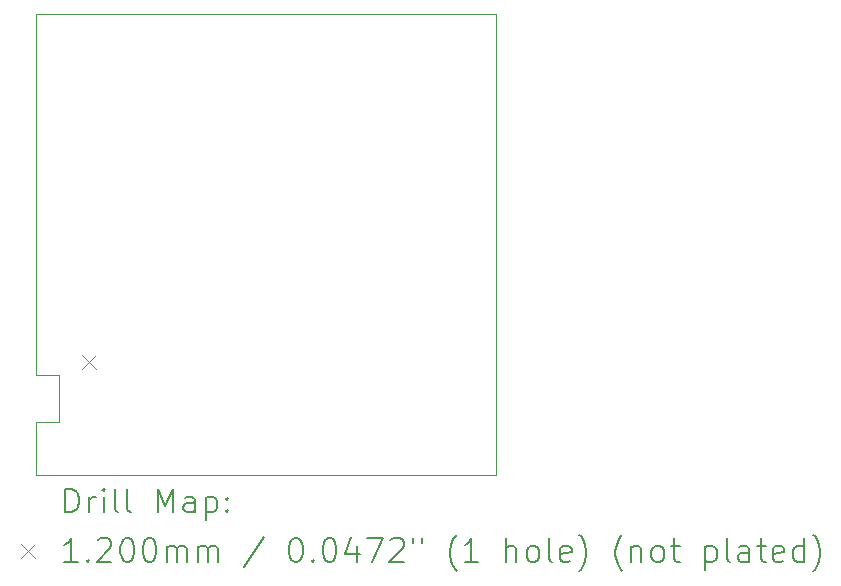
<source format=gbr>
%FSLAX45Y45*%
G04 Gerber Fmt 4.5, Leading zero omitted, Abs format (unit mm)*
G04 Created by KiCad (PCBNEW (6.0.0)) date 2022-01-15 14:34:24*
%MOMM*%
%LPD*%
G01*
G04 APERTURE LIST*
%TA.AperFunction,Profile*%
%ADD10C,0.100000*%
%TD*%
%ADD11C,0.200000*%
%ADD12C,0.120000*%
G04 APERTURE END LIST*
D10*
X12200000Y-11250000D02*
X12200000Y-11050000D01*
X12000000Y-11050000D02*
X12000000Y-8000000D01*
X12000000Y-11450000D02*
X12000000Y-11900000D01*
X15900000Y-8000000D02*
X15900000Y-11900000D01*
X12000000Y-11900000D02*
X15900000Y-11900000D01*
X12000000Y-8000000D02*
X15900000Y-8000000D01*
X12200000Y-11050000D02*
X12000000Y-11050000D01*
X12200000Y-11250000D02*
X12200000Y-11450000D01*
X12200000Y-11450000D02*
X12000000Y-11450000D01*
D11*
D12*
X12392500Y-10881800D02*
X12512500Y-11001800D01*
X12512500Y-10881800D02*
X12392500Y-11001800D01*
D11*
X12252619Y-12215476D02*
X12252619Y-12015476D01*
X12300238Y-12015476D01*
X12328809Y-12025000D01*
X12347857Y-12044048D01*
X12357381Y-12063095D01*
X12366905Y-12101190D01*
X12366905Y-12129762D01*
X12357381Y-12167857D01*
X12347857Y-12186905D01*
X12328809Y-12205952D01*
X12300238Y-12215476D01*
X12252619Y-12215476D01*
X12452619Y-12215476D02*
X12452619Y-12082143D01*
X12452619Y-12120238D02*
X12462143Y-12101190D01*
X12471667Y-12091667D01*
X12490714Y-12082143D01*
X12509762Y-12082143D01*
X12576428Y-12215476D02*
X12576428Y-12082143D01*
X12576428Y-12015476D02*
X12566905Y-12025000D01*
X12576428Y-12034524D01*
X12585952Y-12025000D01*
X12576428Y-12015476D01*
X12576428Y-12034524D01*
X12700238Y-12215476D02*
X12681190Y-12205952D01*
X12671667Y-12186905D01*
X12671667Y-12015476D01*
X12805000Y-12215476D02*
X12785952Y-12205952D01*
X12776428Y-12186905D01*
X12776428Y-12015476D01*
X13033571Y-12215476D02*
X13033571Y-12015476D01*
X13100238Y-12158333D01*
X13166905Y-12015476D01*
X13166905Y-12215476D01*
X13347857Y-12215476D02*
X13347857Y-12110714D01*
X13338333Y-12091667D01*
X13319286Y-12082143D01*
X13281190Y-12082143D01*
X13262143Y-12091667D01*
X13347857Y-12205952D02*
X13328809Y-12215476D01*
X13281190Y-12215476D01*
X13262143Y-12205952D01*
X13252619Y-12186905D01*
X13252619Y-12167857D01*
X13262143Y-12148809D01*
X13281190Y-12139286D01*
X13328809Y-12139286D01*
X13347857Y-12129762D01*
X13443095Y-12082143D02*
X13443095Y-12282143D01*
X13443095Y-12091667D02*
X13462143Y-12082143D01*
X13500238Y-12082143D01*
X13519286Y-12091667D01*
X13528809Y-12101190D01*
X13538333Y-12120238D01*
X13538333Y-12177381D01*
X13528809Y-12196428D01*
X13519286Y-12205952D01*
X13500238Y-12215476D01*
X13462143Y-12215476D01*
X13443095Y-12205952D01*
X13624048Y-12196428D02*
X13633571Y-12205952D01*
X13624048Y-12215476D01*
X13614524Y-12205952D01*
X13624048Y-12196428D01*
X13624048Y-12215476D01*
X13624048Y-12091667D02*
X13633571Y-12101190D01*
X13624048Y-12110714D01*
X13614524Y-12101190D01*
X13624048Y-12091667D01*
X13624048Y-12110714D01*
D12*
X11875000Y-12485000D02*
X11995000Y-12605000D01*
X11995000Y-12485000D02*
X11875000Y-12605000D01*
D11*
X12357381Y-12635476D02*
X12243095Y-12635476D01*
X12300238Y-12635476D02*
X12300238Y-12435476D01*
X12281190Y-12464048D01*
X12262143Y-12483095D01*
X12243095Y-12492619D01*
X12443095Y-12616428D02*
X12452619Y-12625952D01*
X12443095Y-12635476D01*
X12433571Y-12625952D01*
X12443095Y-12616428D01*
X12443095Y-12635476D01*
X12528809Y-12454524D02*
X12538333Y-12445000D01*
X12557381Y-12435476D01*
X12605000Y-12435476D01*
X12624048Y-12445000D01*
X12633571Y-12454524D01*
X12643095Y-12473571D01*
X12643095Y-12492619D01*
X12633571Y-12521190D01*
X12519286Y-12635476D01*
X12643095Y-12635476D01*
X12766905Y-12435476D02*
X12785952Y-12435476D01*
X12805000Y-12445000D01*
X12814524Y-12454524D01*
X12824048Y-12473571D01*
X12833571Y-12511667D01*
X12833571Y-12559286D01*
X12824048Y-12597381D01*
X12814524Y-12616428D01*
X12805000Y-12625952D01*
X12785952Y-12635476D01*
X12766905Y-12635476D01*
X12747857Y-12625952D01*
X12738333Y-12616428D01*
X12728809Y-12597381D01*
X12719286Y-12559286D01*
X12719286Y-12511667D01*
X12728809Y-12473571D01*
X12738333Y-12454524D01*
X12747857Y-12445000D01*
X12766905Y-12435476D01*
X12957381Y-12435476D02*
X12976428Y-12435476D01*
X12995476Y-12445000D01*
X13005000Y-12454524D01*
X13014524Y-12473571D01*
X13024048Y-12511667D01*
X13024048Y-12559286D01*
X13014524Y-12597381D01*
X13005000Y-12616428D01*
X12995476Y-12625952D01*
X12976428Y-12635476D01*
X12957381Y-12635476D01*
X12938333Y-12625952D01*
X12928809Y-12616428D01*
X12919286Y-12597381D01*
X12909762Y-12559286D01*
X12909762Y-12511667D01*
X12919286Y-12473571D01*
X12928809Y-12454524D01*
X12938333Y-12445000D01*
X12957381Y-12435476D01*
X13109762Y-12635476D02*
X13109762Y-12502143D01*
X13109762Y-12521190D02*
X13119286Y-12511667D01*
X13138333Y-12502143D01*
X13166905Y-12502143D01*
X13185952Y-12511667D01*
X13195476Y-12530714D01*
X13195476Y-12635476D01*
X13195476Y-12530714D02*
X13205000Y-12511667D01*
X13224048Y-12502143D01*
X13252619Y-12502143D01*
X13271667Y-12511667D01*
X13281190Y-12530714D01*
X13281190Y-12635476D01*
X13376428Y-12635476D02*
X13376428Y-12502143D01*
X13376428Y-12521190D02*
X13385952Y-12511667D01*
X13405000Y-12502143D01*
X13433571Y-12502143D01*
X13452619Y-12511667D01*
X13462143Y-12530714D01*
X13462143Y-12635476D01*
X13462143Y-12530714D02*
X13471667Y-12511667D01*
X13490714Y-12502143D01*
X13519286Y-12502143D01*
X13538333Y-12511667D01*
X13547857Y-12530714D01*
X13547857Y-12635476D01*
X13938333Y-12425952D02*
X13766905Y-12683095D01*
X14195476Y-12435476D02*
X14214524Y-12435476D01*
X14233571Y-12445000D01*
X14243095Y-12454524D01*
X14252619Y-12473571D01*
X14262143Y-12511667D01*
X14262143Y-12559286D01*
X14252619Y-12597381D01*
X14243095Y-12616428D01*
X14233571Y-12625952D01*
X14214524Y-12635476D01*
X14195476Y-12635476D01*
X14176428Y-12625952D01*
X14166905Y-12616428D01*
X14157381Y-12597381D01*
X14147857Y-12559286D01*
X14147857Y-12511667D01*
X14157381Y-12473571D01*
X14166905Y-12454524D01*
X14176428Y-12445000D01*
X14195476Y-12435476D01*
X14347857Y-12616428D02*
X14357381Y-12625952D01*
X14347857Y-12635476D01*
X14338333Y-12625952D01*
X14347857Y-12616428D01*
X14347857Y-12635476D01*
X14481190Y-12435476D02*
X14500238Y-12435476D01*
X14519286Y-12445000D01*
X14528809Y-12454524D01*
X14538333Y-12473571D01*
X14547857Y-12511667D01*
X14547857Y-12559286D01*
X14538333Y-12597381D01*
X14528809Y-12616428D01*
X14519286Y-12625952D01*
X14500238Y-12635476D01*
X14481190Y-12635476D01*
X14462143Y-12625952D01*
X14452619Y-12616428D01*
X14443095Y-12597381D01*
X14433571Y-12559286D01*
X14433571Y-12511667D01*
X14443095Y-12473571D01*
X14452619Y-12454524D01*
X14462143Y-12445000D01*
X14481190Y-12435476D01*
X14719286Y-12502143D02*
X14719286Y-12635476D01*
X14671667Y-12425952D02*
X14624048Y-12568809D01*
X14747857Y-12568809D01*
X14805000Y-12435476D02*
X14938333Y-12435476D01*
X14852619Y-12635476D01*
X15005000Y-12454524D02*
X15014524Y-12445000D01*
X15033571Y-12435476D01*
X15081190Y-12435476D01*
X15100238Y-12445000D01*
X15109762Y-12454524D01*
X15119286Y-12473571D01*
X15119286Y-12492619D01*
X15109762Y-12521190D01*
X14995476Y-12635476D01*
X15119286Y-12635476D01*
X15195476Y-12435476D02*
X15195476Y-12473571D01*
X15271667Y-12435476D02*
X15271667Y-12473571D01*
X15566905Y-12711667D02*
X15557381Y-12702143D01*
X15538333Y-12673571D01*
X15528809Y-12654524D01*
X15519286Y-12625952D01*
X15509762Y-12578333D01*
X15509762Y-12540238D01*
X15519286Y-12492619D01*
X15528809Y-12464048D01*
X15538333Y-12445000D01*
X15557381Y-12416428D01*
X15566905Y-12406905D01*
X15747857Y-12635476D02*
X15633571Y-12635476D01*
X15690714Y-12635476D02*
X15690714Y-12435476D01*
X15671667Y-12464048D01*
X15652619Y-12483095D01*
X15633571Y-12492619D01*
X15985952Y-12635476D02*
X15985952Y-12435476D01*
X16071667Y-12635476D02*
X16071667Y-12530714D01*
X16062143Y-12511667D01*
X16043095Y-12502143D01*
X16014524Y-12502143D01*
X15995476Y-12511667D01*
X15985952Y-12521190D01*
X16195476Y-12635476D02*
X16176428Y-12625952D01*
X16166905Y-12616428D01*
X16157381Y-12597381D01*
X16157381Y-12540238D01*
X16166905Y-12521190D01*
X16176428Y-12511667D01*
X16195476Y-12502143D01*
X16224048Y-12502143D01*
X16243095Y-12511667D01*
X16252619Y-12521190D01*
X16262143Y-12540238D01*
X16262143Y-12597381D01*
X16252619Y-12616428D01*
X16243095Y-12625952D01*
X16224048Y-12635476D01*
X16195476Y-12635476D01*
X16376428Y-12635476D02*
X16357381Y-12625952D01*
X16347857Y-12606905D01*
X16347857Y-12435476D01*
X16528809Y-12625952D02*
X16509762Y-12635476D01*
X16471667Y-12635476D01*
X16452619Y-12625952D01*
X16443095Y-12606905D01*
X16443095Y-12530714D01*
X16452619Y-12511667D01*
X16471667Y-12502143D01*
X16509762Y-12502143D01*
X16528809Y-12511667D01*
X16538333Y-12530714D01*
X16538333Y-12549762D01*
X16443095Y-12568809D01*
X16605000Y-12711667D02*
X16614524Y-12702143D01*
X16633571Y-12673571D01*
X16643095Y-12654524D01*
X16652619Y-12625952D01*
X16662143Y-12578333D01*
X16662143Y-12540238D01*
X16652619Y-12492619D01*
X16643095Y-12464048D01*
X16633571Y-12445000D01*
X16614524Y-12416428D01*
X16605000Y-12406905D01*
X16966905Y-12711667D02*
X16957381Y-12702143D01*
X16938333Y-12673571D01*
X16928810Y-12654524D01*
X16919286Y-12625952D01*
X16909762Y-12578333D01*
X16909762Y-12540238D01*
X16919286Y-12492619D01*
X16928810Y-12464048D01*
X16938333Y-12445000D01*
X16957381Y-12416428D01*
X16966905Y-12406905D01*
X17043095Y-12502143D02*
X17043095Y-12635476D01*
X17043095Y-12521190D02*
X17052619Y-12511667D01*
X17071667Y-12502143D01*
X17100238Y-12502143D01*
X17119286Y-12511667D01*
X17128810Y-12530714D01*
X17128810Y-12635476D01*
X17252619Y-12635476D02*
X17233571Y-12625952D01*
X17224048Y-12616428D01*
X17214524Y-12597381D01*
X17214524Y-12540238D01*
X17224048Y-12521190D01*
X17233571Y-12511667D01*
X17252619Y-12502143D01*
X17281190Y-12502143D01*
X17300238Y-12511667D01*
X17309762Y-12521190D01*
X17319286Y-12540238D01*
X17319286Y-12597381D01*
X17309762Y-12616428D01*
X17300238Y-12625952D01*
X17281190Y-12635476D01*
X17252619Y-12635476D01*
X17376429Y-12502143D02*
X17452619Y-12502143D01*
X17405000Y-12435476D02*
X17405000Y-12606905D01*
X17414524Y-12625952D01*
X17433571Y-12635476D01*
X17452619Y-12635476D01*
X17671667Y-12502143D02*
X17671667Y-12702143D01*
X17671667Y-12511667D02*
X17690714Y-12502143D01*
X17728810Y-12502143D01*
X17747857Y-12511667D01*
X17757381Y-12521190D01*
X17766905Y-12540238D01*
X17766905Y-12597381D01*
X17757381Y-12616428D01*
X17747857Y-12625952D01*
X17728810Y-12635476D01*
X17690714Y-12635476D01*
X17671667Y-12625952D01*
X17881190Y-12635476D02*
X17862143Y-12625952D01*
X17852619Y-12606905D01*
X17852619Y-12435476D01*
X18043095Y-12635476D02*
X18043095Y-12530714D01*
X18033571Y-12511667D01*
X18014524Y-12502143D01*
X17976429Y-12502143D01*
X17957381Y-12511667D01*
X18043095Y-12625952D02*
X18024048Y-12635476D01*
X17976429Y-12635476D01*
X17957381Y-12625952D01*
X17947857Y-12606905D01*
X17947857Y-12587857D01*
X17957381Y-12568809D01*
X17976429Y-12559286D01*
X18024048Y-12559286D01*
X18043095Y-12549762D01*
X18109762Y-12502143D02*
X18185952Y-12502143D01*
X18138333Y-12435476D02*
X18138333Y-12606905D01*
X18147857Y-12625952D01*
X18166905Y-12635476D01*
X18185952Y-12635476D01*
X18328810Y-12625952D02*
X18309762Y-12635476D01*
X18271667Y-12635476D01*
X18252619Y-12625952D01*
X18243095Y-12606905D01*
X18243095Y-12530714D01*
X18252619Y-12511667D01*
X18271667Y-12502143D01*
X18309762Y-12502143D01*
X18328810Y-12511667D01*
X18338333Y-12530714D01*
X18338333Y-12549762D01*
X18243095Y-12568809D01*
X18509762Y-12635476D02*
X18509762Y-12435476D01*
X18509762Y-12625952D02*
X18490714Y-12635476D01*
X18452619Y-12635476D01*
X18433571Y-12625952D01*
X18424048Y-12616428D01*
X18414524Y-12597381D01*
X18414524Y-12540238D01*
X18424048Y-12521190D01*
X18433571Y-12511667D01*
X18452619Y-12502143D01*
X18490714Y-12502143D01*
X18509762Y-12511667D01*
X18585952Y-12711667D02*
X18595476Y-12702143D01*
X18614524Y-12673571D01*
X18624048Y-12654524D01*
X18633571Y-12625952D01*
X18643095Y-12578333D01*
X18643095Y-12540238D01*
X18633571Y-12492619D01*
X18624048Y-12464048D01*
X18614524Y-12445000D01*
X18595476Y-12416428D01*
X18585952Y-12406905D01*
M02*

</source>
